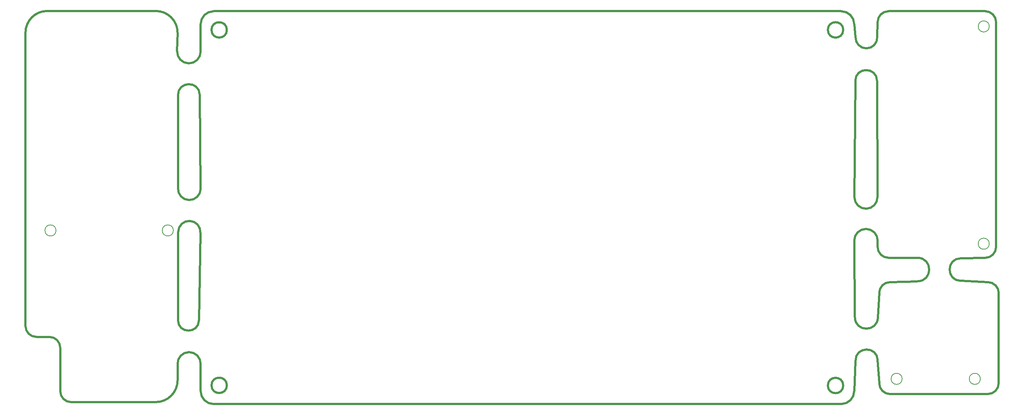
<source format=gbr>
%TF.GenerationSoftware,KiCad,Pcbnew,8.0.7*%
%TF.CreationDate,2025-06-17T16:53:58+08:00*%
%TF.ProjectId,TT_0.4_Control_board!,54545f30-2e34-45f4-936f-6e74726f6c5f,rev?*%
%TF.SameCoordinates,Original*%
%TF.FileFunction,Profile,NP*%
%FSLAX46Y46*%
G04 Gerber Fmt 4.6, Leading zero omitted, Abs format (unit mm)*
G04 Created by KiCad (PCBNEW 8.0.7) date 2025-06-17 16:53:58*
%MOMM*%
%LPD*%
G01*
G04 APERTURE LIST*
%TA.AperFunction,Profile*%
%ADD10C,0.500000*%
%TD*%
%TA.AperFunction,Profile*%
%ADD11C,0.200000*%
%TD*%
G04 APERTURE END LIST*
D10*
X32600000Y-64150000D02*
G75*
G02*
X37600000Y-59150000I5000000J0D01*
G01*
X223300000Y-62200000D02*
X223600000Y-65150000D01*
D11*
X39625000Y-109650000D02*
G75*
G02*
X37075000Y-109650000I-1275000J0D01*
G01*
X37075000Y-109650000D02*
G75*
G02*
X39625000Y-109650000I1275000J0D01*
G01*
D10*
X231550000Y-121550000D02*
X237850000Y-121350000D01*
X228597681Y-65103076D02*
X228685000Y-61700000D01*
X220300000Y-59200000D02*
G75*
G02*
X223300000Y-62200000I0J-3000000D01*
G01*
X67750000Y-110000000D02*
G75*
G02*
X72842193Y-110199389I2550000J0D01*
G01*
X223550000Y-75250000D02*
X223350001Y-102050000D01*
X62600000Y-59150000D02*
G75*
G02*
X67600000Y-64150000I0J-5000000D01*
G01*
X223550000Y-75250000D02*
G75*
G02*
X228550000Y-75250000I2500000J0D01*
G01*
X220769181Y-145330820D02*
G75*
G02*
X217230819Y-145330820I-1769181J0D01*
G01*
X217230819Y-145330820D02*
G75*
G02*
X220769181Y-145330820I1769181J0D01*
G01*
X40600000Y-136650000D02*
X40600000Y-146650000D01*
X255935000Y-113450000D02*
G75*
G02*
X253435000Y-115950000I-2500000J0D01*
G01*
X231185000Y-115950000D02*
G75*
G02*
X228685000Y-113450000I0J2500000D01*
G01*
X255935000Y-61700000D02*
X255935000Y-113450000D01*
X231550000Y-147300000D02*
G75*
G02*
X229050000Y-144800000I0J2500000D01*
G01*
X247850000Y-121250000D02*
G75*
G02*
X247850000Y-116050000I0J2600000D01*
G01*
X72899999Y-68500000D02*
X72900000Y-62200000D01*
X231185000Y-59200000D02*
X253435000Y-59200000D01*
X72900000Y-62200000D02*
G75*
G02*
X75900000Y-59200000I3000000J0D01*
G01*
X228685000Y-61700000D02*
G75*
G02*
X231185000Y-59200000I2500000J0D01*
G01*
X38100000Y-134150000D02*
G75*
G02*
X40600000Y-136650000I0J-2500000D01*
G01*
X67600000Y-140400000D02*
X67600000Y-144150000D01*
X72899999Y-68500000D02*
G75*
G02*
X67501996Y-68396231I-2699999J0D01*
G01*
X228699197Y-112065834D02*
X228685000Y-113450000D01*
X254050000Y-147300000D02*
X231550000Y-147300000D01*
X253435000Y-59200000D02*
G75*
G02*
X255935000Y-61700000I0J-2500000D01*
G01*
X43100000Y-149150000D02*
G75*
G02*
X40600000Y-146650000I0J2500000D01*
G01*
X72904323Y-100050000D02*
G75*
G02*
X67700000Y-99900000I-2604323J0D01*
G01*
D11*
X254375000Y-62700000D02*
G75*
G02*
X251825000Y-62700000I-1275000J0D01*
G01*
X251825000Y-62700000D02*
G75*
G02*
X254375000Y-62700000I1275000J0D01*
G01*
D10*
X75900000Y-149600000D02*
G75*
G02*
X72900000Y-146600000I0J3000000D01*
G01*
D11*
X254375000Y-112700000D02*
G75*
G02*
X251825000Y-112700000I-1275000J0D01*
G01*
X251825000Y-112700000D02*
G75*
G02*
X254375000Y-112700000I1275000J0D01*
G01*
D10*
X223300000Y-112000000D02*
X223450000Y-129600000D01*
X223600500Y-139649990D02*
G75*
G02*
X228700480Y-139548990I2550000J49990D01*
G01*
D11*
X66625000Y-109650000D02*
G75*
G02*
X64075000Y-109650000I-1275000J0D01*
G01*
X64075000Y-109650000D02*
G75*
G02*
X66625000Y-109650000I1275000J0D01*
G01*
D10*
X67750000Y-110000000D02*
X67700001Y-130300000D01*
X72699830Y-78395840D02*
X72904323Y-100050000D01*
X254050000Y-121550000D02*
G75*
G02*
X256550000Y-124050000I0J-2500000D01*
G01*
X228750000Y-129600000D02*
G75*
G02*
X223450000Y-129600000I-2650000J0D01*
G01*
X67700000Y-78600000D02*
G75*
G02*
X72699830Y-78395840I2500000J100000D01*
G01*
X223300000Y-112000000D02*
G75*
G02*
X228699197Y-112065834I2700000J0D01*
G01*
X78938361Y-63500000D02*
G75*
G02*
X75399999Y-63500000I-1769181J0D01*
G01*
X75399999Y-63500000D02*
G75*
G02*
X78938361Y-63500000I1769181J0D01*
G01*
X75900000Y-59200000D02*
X220300000Y-59200000D01*
X229050000Y-144800000D02*
X228700480Y-139548990D01*
X67700000Y-78600000D02*
X67700000Y-99900000D01*
X62600000Y-149150000D02*
X43100000Y-149150000D01*
X72511154Y-130354508D02*
G75*
G02*
X67699994Y-130300000I-2405224J58668D01*
G01*
X67600000Y-64150000D02*
X67501996Y-68396231D01*
X228649755Y-101938378D02*
G75*
G02*
X223350000Y-102050000I-2649755J-61622D01*
G01*
X220300000Y-149600000D02*
X75900000Y-149600000D01*
X72900918Y-140371646D02*
X72900000Y-146600000D01*
X223600500Y-139649990D02*
X223300000Y-146600000D01*
X67600000Y-140400000D02*
G75*
G02*
X72900918Y-140371646I2650000J100000D01*
G01*
X37600000Y-59150000D02*
X62600000Y-59150000D01*
X67600000Y-144150000D02*
G75*
G02*
X62600000Y-149150000I-5000000J0D01*
G01*
X72842193Y-110199389D02*
X72511154Y-130354508D01*
X32600000Y-131650000D02*
X32600000Y-64150000D01*
X35100000Y-134150000D02*
X38100000Y-134150000D01*
X237850000Y-115950000D02*
X231185000Y-115950000D01*
X228597681Y-65103076D02*
G75*
G02*
X223600001Y-65150000I-2497681J-146924D01*
G01*
X228750000Y-129600000D02*
X229050000Y-124050000D01*
X220769181Y-63500000D02*
G75*
G02*
X217230819Y-63500000I-1769181J0D01*
G01*
X217230819Y-63500000D02*
G75*
G02*
X220769181Y-63500000I1769181J0D01*
G01*
X229050000Y-124050000D02*
G75*
G02*
X231550000Y-121550000I2500000J0D01*
G01*
X228550000Y-75250000D02*
X228649755Y-101938378D01*
X223300000Y-146600000D02*
G75*
G02*
X220300000Y-149600000I-3000000J0D01*
G01*
X35100000Y-134150000D02*
G75*
G02*
X32600000Y-131650000I0J2500000D01*
G01*
X256550000Y-124050000D02*
X256550000Y-144800000D01*
X247850000Y-121250000D02*
X254050000Y-121550000D01*
D11*
X252325000Y-143800000D02*
G75*
G02*
X249775000Y-143800000I-1275000J0D01*
G01*
X249775000Y-143800000D02*
G75*
G02*
X252325000Y-143800000I1275000J0D01*
G01*
D10*
X78938361Y-145300000D02*
G75*
G02*
X75399999Y-145300000I-1769181J0D01*
G01*
X75399999Y-145300000D02*
G75*
G02*
X78938361Y-145300000I1769181J0D01*
G01*
X247850000Y-116050000D02*
X253435000Y-115950000D01*
D11*
X234325000Y-143800000D02*
G75*
G02*
X231775000Y-143800000I-1275000J0D01*
G01*
X231775000Y-143800000D02*
G75*
G02*
X234325000Y-143800000I1275000J0D01*
G01*
D10*
X256550000Y-144800000D02*
G75*
G02*
X254050000Y-147300000I-2500000J0D01*
G01*
X237850000Y-115950000D02*
G75*
G02*
X237850000Y-121350000I0J-2700000D01*
G01*
M02*

</source>
